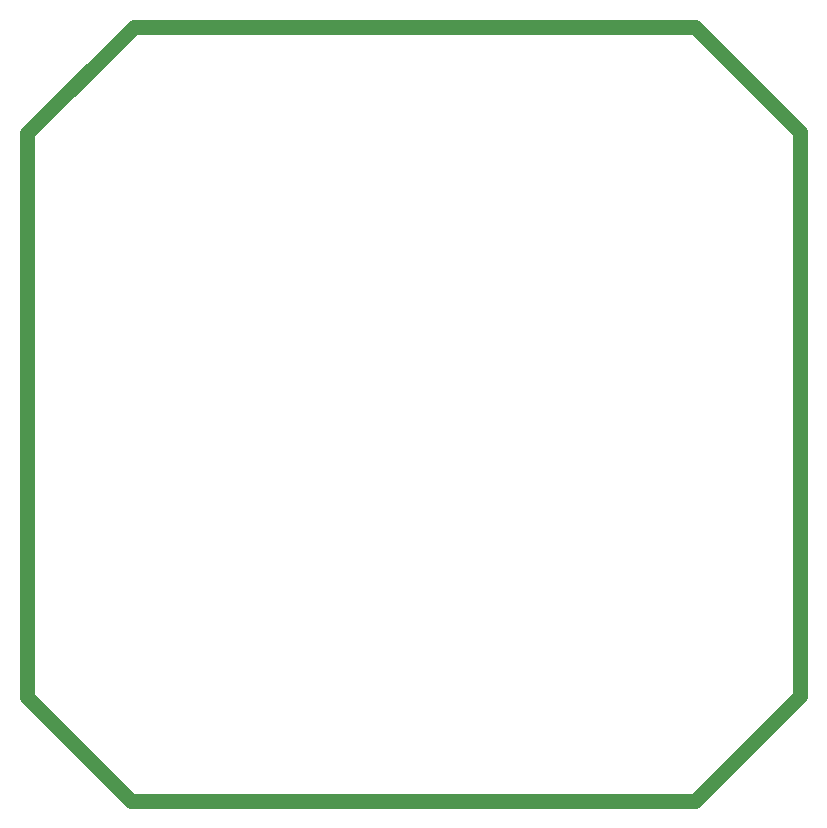
<source format=gm1>
%FSLAX24Y24*%
%MOIN*%
G70*
G01*
G75*
G04 Layer_Color=16711935*
%ADD10R,0.0720X0.1100*%
%ADD11O,0.0720X0.1100*%
%ADD12R,0.1100X0.0720*%
%ADD13O,0.1100X0.0720*%
%ADD14O,0.0900X0.0720*%
%ADD15O,0.0720X0.0900*%
G04:AMPARAMS|DCode=16|XSize=70.9mil|YSize=110.2mil|CornerRadius=0mil|HoleSize=0mil|Usage=FLASHONLY|Rotation=135.000|XOffset=0mil|YOffset=0mil|HoleType=Round|Shape=Rectangle|*
%AMROTATEDRECTD16*
4,1,4,0.0640,0.0139,-0.0139,-0.0640,-0.0640,-0.0139,0.0139,0.0640,0.0640,0.0139,0.0*
%
%ADD16ROTATEDRECTD16*%

G04:AMPARAMS|DCode=17|XSize=70.9mil|YSize=110.2mil|CornerRadius=0mil|HoleSize=0mil|Usage=FLASHONLY|Rotation=135.000|XOffset=0mil|YOffset=0mil|HoleType=Round|Shape=Round|*
%AMOVALD17*
21,1,0.0394,0.0709,0.0000,0.0000,225.0*
1,1,0.0709,0.0139,0.0139*
1,1,0.0709,-0.0139,-0.0139*
%
%ADD17OVALD17*%

%ADD18R,0.0600X0.0600*%
%ADD19C,0.0600*%
%ADD20C,0.0500*%
%ADD21C,0.0300*%
%ADD22C,0.0394*%
%ADD23C,0.0295*%
%ADD24C,0.0256*%
%ADD25C,0.0250*%
D20*
X48012Y44488D02*
X49600Y42900D01*
X46100Y46400D02*
X46737Y45763D01*
X49600Y42450D02*
Y42900D01*
X46737Y45763D02*
X48012Y44488D01*
X45800Y46400D02*
X46100D01*
X23850Y42850D02*
X27400Y46400D01*
X23850Y24050D02*
Y42850D01*
Y24050D02*
X27300Y20600D01*
X46100D01*
X49600Y24100D01*
Y42600D01*
X27400Y46400D02*
X45800D01*
M02*

</source>
